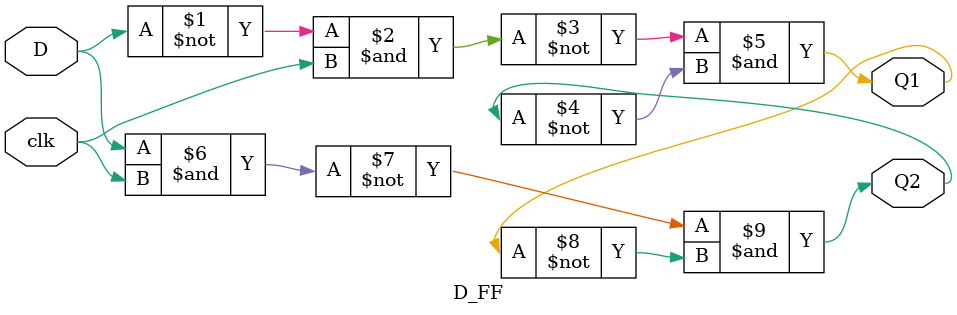
<source format=v>


`timescale 1ns / 1ps
module D_FF(
input D, clk,
output Q1, Q2
    );
    assign Q1 = ~(~D & clk) & ~Q2;
    assign Q2 = ~(D & clk) & ~Q1;
endmodule

</source>
